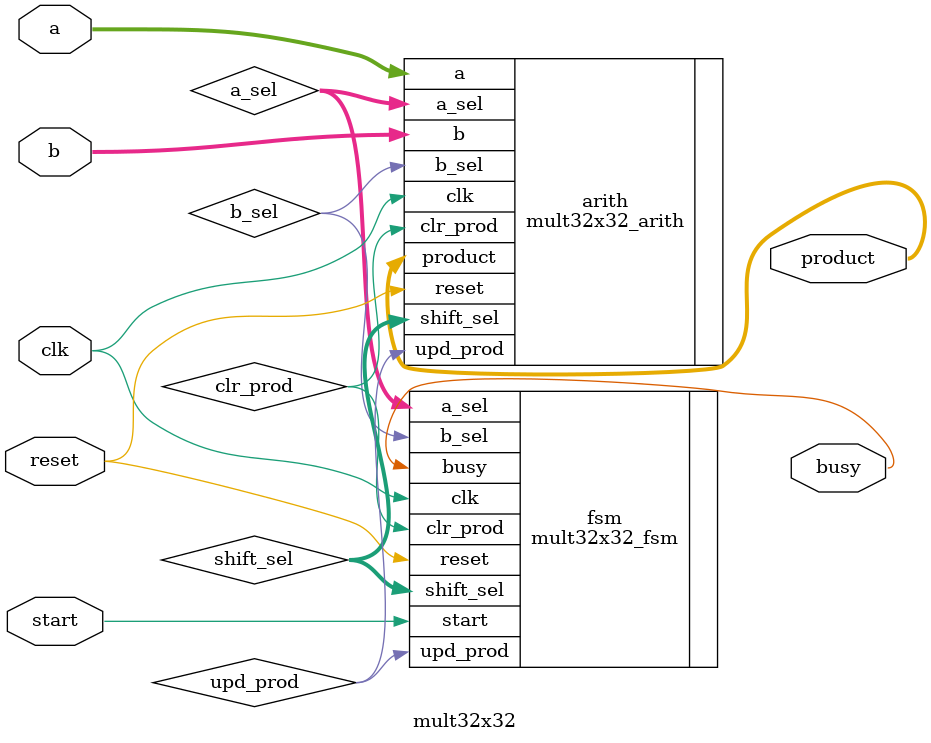
<source format=sv>
module mult32x32 (
    input logic clk,            // Clock
    input logic reset,          // Reset
    input logic start,          // Start signal
    input logic [31:0] a,       // Input a
    input logic [31:0] b,       // Input b
    output logic busy,          // Multiplier busy indication
    output logic [63:0] product // Miltiplication product
);

	logic [1:0] a_sel;
	logic b_sel;
	logic [2:0] shift_sel;
	logic upd_prod;
	logic clr_prod;
	
	mult32x32_fsm fsm (
					.clk(clk),
					.reset(reset),
					.start(start),
					.busy(busy),
					.a_sel(a_sel),
					.b_sel(b_sel),
					.shift_sel(shift_sel),
					.upd_prod(upd_prod),
					.clr_prod(clr_prod)
					);
	
	mult32x32_arith arith (
					.clk(clk),
					.reset(reset),
					.a(a),
					.b(b),
					.a_sel(a_sel),
					.b_sel(b_sel),
					.shift_sel(shift_sel),
					.upd_prod(upd_prod),
					.clr_prod(clr_prod),
					.product(product)
					);
	
	
	
	
endmodule

</source>
